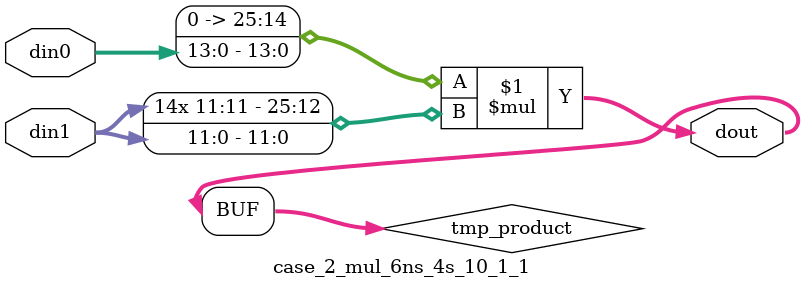
<source format=v>

`timescale 1 ns / 1 ps

 (* use_dsp = "no" *)  module case_2_mul_6ns_4s_10_1_1(din0, din1, dout);
parameter ID = 1;
parameter NUM_STAGE = 0;
parameter din0_WIDTH = 14;
parameter din1_WIDTH = 12;
parameter dout_WIDTH = 26;

input [din0_WIDTH - 1 : 0] din0; 
input [din1_WIDTH - 1 : 0] din1; 
output [dout_WIDTH - 1 : 0] dout;

wire signed [dout_WIDTH - 1 : 0] tmp_product;

























assign tmp_product = $signed({1'b0, din0}) * $signed(din1);










assign dout = tmp_product;





















endmodule

</source>
